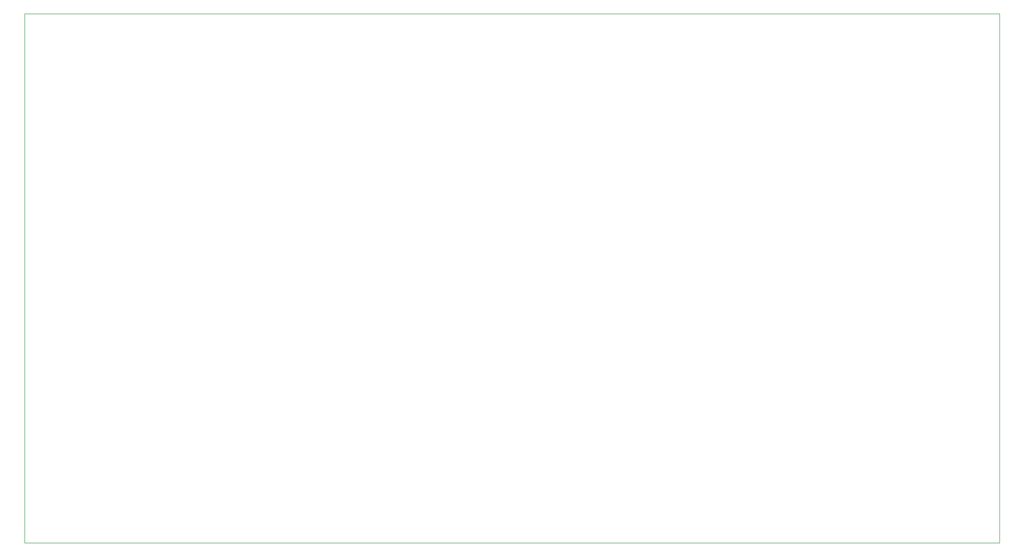
<source format=gbr>
%TF.GenerationSoftware,KiCad,Pcbnew,(5.1.10)-1*%
%TF.CreationDate,2021-10-30T11:26:45+02:00*%
%TF.ProjectId,portail_jc,706f7274-6169-46c5-9f6a-632e6b696361,rev?*%
%TF.SameCoordinates,Original*%
%TF.FileFunction,Profile,NP*%
%FSLAX46Y46*%
G04 Gerber Fmt 4.6, Leading zero omitted, Abs format (unit mm)*
G04 Created by KiCad (PCBNEW (5.1.10)-1) date 2021-10-30 11:26:45*
%MOMM*%
%LPD*%
G01*
G04 APERTURE LIST*
%TA.AperFunction,Profile*%
%ADD10C,0.050000*%
%TD*%
G04 APERTURE END LIST*
D10*
X244743500Y-136175500D02*
X69743500Y-136175500D01*
X244743500Y-41175500D02*
X244743500Y-136175500D01*
X69743500Y-41175500D02*
X244743500Y-41175500D01*
X69743500Y-136175500D02*
X69743500Y-41175500D01*
M02*

</source>
